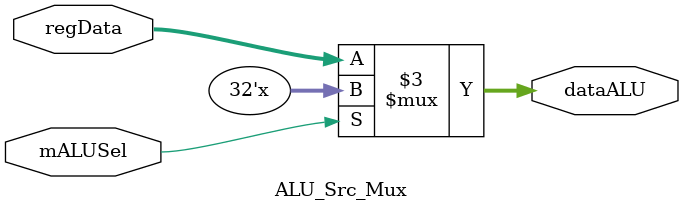
<source format=v>
module ALU_Src_Mux(
	input [31:0]regData,
	input mALUSel,
	output reg [31:0]dataALU
);

//2 - Declaracion de cables y registros

//3 - Cuerpo del modulo

//Bloque secuencial
always @*
begin
	case(mALUSel)
	1'b0:
		dataALU = regData;
	default:
		dataALU = 32'bz;
	endcase
end

endmodule

</source>
